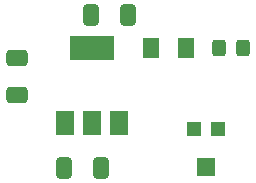
<source format=gbr>
%TF.GenerationSoftware,KiCad,Pcbnew,7.0.5*%
%TF.CreationDate,2023-08-22T20:16:44+01:00*%
%TF.ProjectId,AMS1117-Adjustable-Breakout,414d5331-3131-4372-9d41-646a75737461,V1*%
%TF.SameCoordinates,Original*%
%TF.FileFunction,Paste,Top*%
%TF.FilePolarity,Positive*%
%FSLAX46Y46*%
G04 Gerber Fmt 4.6, Leading zero omitted, Abs format (unit mm)*
G04 Created by KiCad (PCBNEW 7.0.5) date 2023-08-22 20:16:44*
%MOMM*%
%LPD*%
G01*
G04 APERTURE LIST*
G04 Aperture macros list*
%AMRoundRect*
0 Rectangle with rounded corners*
0 $1 Rounding radius*
0 $2 $3 $4 $5 $6 $7 $8 $9 X,Y pos of 4 corners*
0 Add a 4 corners polygon primitive as box body*
4,1,4,$2,$3,$4,$5,$6,$7,$8,$9,$2,$3,0*
0 Add four circle primitives for the rounded corners*
1,1,$1+$1,$2,$3*
1,1,$1+$1,$4,$5*
1,1,$1+$1,$6,$7*
1,1,$1+$1,$8,$9*
0 Add four rect primitives between the rounded corners*
20,1,$1+$1,$2,$3,$4,$5,0*
20,1,$1+$1,$4,$5,$6,$7,0*
20,1,$1+$1,$6,$7,$8,$9,0*
20,1,$1+$1,$8,$9,$2,$3,0*%
G04 Aperture macros list end*
%ADD10RoundRect,0.250000X-0.412500X-0.650000X0.412500X-0.650000X0.412500X0.650000X-0.412500X0.650000X0*%
%ADD11R,1.200000X1.200000*%
%ADD12R,1.600000X1.500000*%
%ADD13RoundRect,0.250000X-0.650000X0.412500X-0.650000X-0.412500X0.650000X-0.412500X0.650000X0.412500X0*%
%ADD14RoundRect,0.250001X-0.462499X-0.624999X0.462499X-0.624999X0.462499X0.624999X-0.462499X0.624999X0*%
%ADD15R,1.500000X2.000000*%
%ADD16R,3.800000X2.000000*%
%ADD17RoundRect,0.250000X0.325000X0.450000X-0.325000X0.450000X-0.325000X-0.450000X0.325000X-0.450000X0*%
G04 APERTURE END LIST*
D10*
%TO.C,C2*%
X87591500Y-49784000D03*
X90716500Y-49784000D03*
%TD*%
D11*
%TO.C,RV1*%
X98282000Y-59414000D03*
D12*
X97282000Y-62664000D03*
D11*
X96282000Y-59414000D03*
%TD*%
D13*
%TO.C,C1*%
X81280000Y-53428500D03*
X81280000Y-56553500D03*
%TD*%
D14*
%TO.C,F1*%
X92619500Y-52578000D03*
X95594500Y-52578000D03*
%TD*%
D15*
%TO.C,U1*%
X85330000Y-58903000D03*
X87630000Y-58903000D03*
D16*
X87630000Y-52603000D03*
D15*
X89930000Y-58903000D03*
%TD*%
D17*
%TO.C,D1*%
X100466000Y-52578000D03*
X98416000Y-52578000D03*
%TD*%
D10*
%TO.C,CADJ1*%
X85305500Y-62738000D03*
X88430500Y-62738000D03*
%TD*%
M02*

</source>
